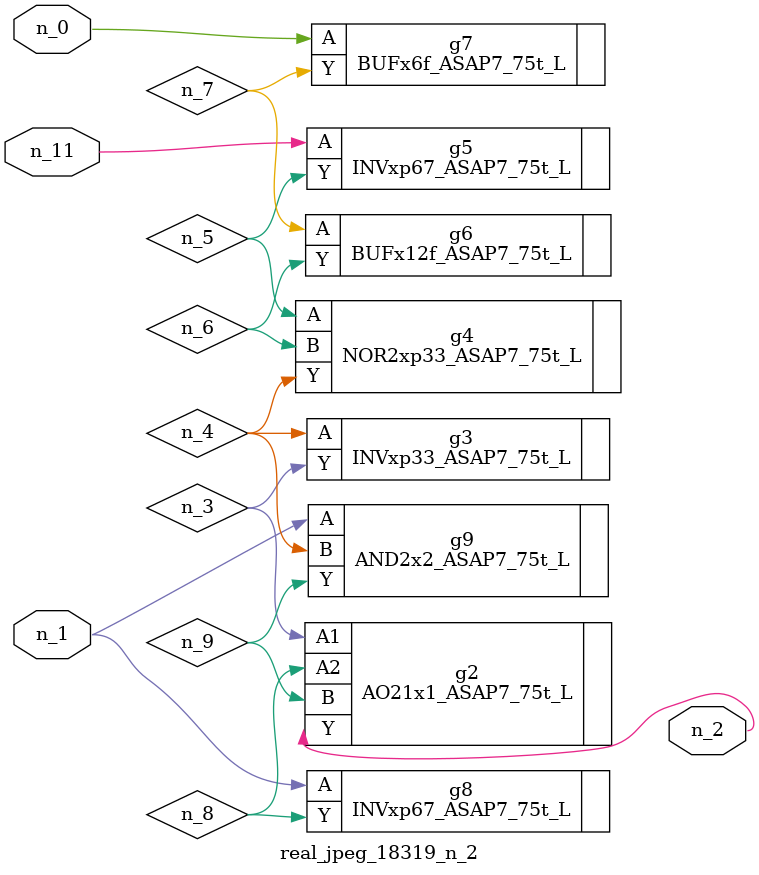
<source format=v>
module real_jpeg_18319_n_2 (n_1, n_11, n_0, n_2);

input n_1;
input n_11;
input n_0;

output n_2;

wire n_5;
wire n_8;
wire n_4;
wire n_6;
wire n_7;
wire n_3;
wire n_9;

BUFx6f_ASAP7_75t_L g7 ( 
.A(n_0),
.Y(n_7)
);

INVxp67_ASAP7_75t_L g8 ( 
.A(n_1),
.Y(n_8)
);

AND2x2_ASAP7_75t_L g9 ( 
.A(n_1),
.B(n_4),
.Y(n_9)
);

AO21x1_ASAP7_75t_L g2 ( 
.A1(n_3),
.A2(n_8),
.B(n_9),
.Y(n_2)
);

INVxp33_ASAP7_75t_L g3 ( 
.A(n_4),
.Y(n_3)
);

NOR2xp33_ASAP7_75t_L g4 ( 
.A(n_5),
.B(n_6),
.Y(n_4)
);

BUFx12f_ASAP7_75t_L g6 ( 
.A(n_7),
.Y(n_6)
);

INVxp67_ASAP7_75t_L g5 ( 
.A(n_11),
.Y(n_5)
);


endmodule
</source>
